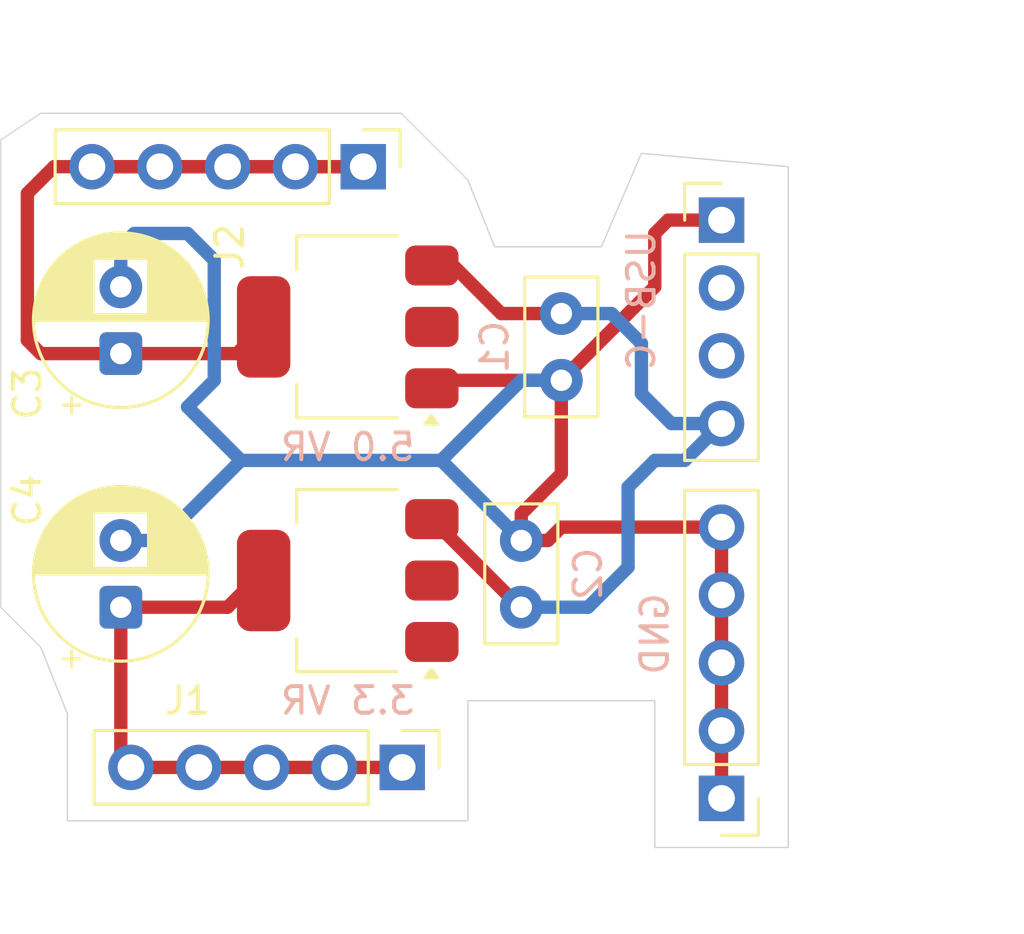
<source format=kicad_pcb>
(kicad_pcb (version 20241229) (generator "pcbnew") (generator_version "9.0")
  (layers (0 "F.Cu" signal) (2 "B.Cu" signal) (13 "F.Paste" user) (15 "B.Paste" user) (5 "F.SilkS" user "F.Silkscreen") (7 "B.SilkS" user "B.Silkscreen") (1 "F.Mask" user) (3 "B.Mask" user) (25 "Edge.Cuts" user))
  (net 0 "")
  (net 1 "Net-(D3-A)")
  (net 2 "GND")
  (net 3 "Net-(D1-A)")
  (net 4 "Net-(D2-A)")
  (footprint "Package_TO_SOT_SMD:SOT-223-3_TabPin2" (layer "F.Cu") (at 191 92.5 180)
    (property "Reference" "5.0 VR" (at 0 -4.5 -0) (layer "B.SilkS") (effects (justify mirror)))
    (property "Value" "AMS1117-5.0")
    (fp_line (start 1.91 3.41) (end 1.91 2.15) (stroke (width 0.12)) (layer "F.SilkS"))
    (fp_line (start 1.91 -3.41) (end 1.91 -2.15) (stroke (width 0.12)) (layer "F.SilkS"))
    (fp_line (start -1.85 3.41) (end 1.91 3.41) (stroke (width 0.12)) (layer "F.SilkS"))
    (fp_line (start -1.85 -3.41) (end 1.91 -3.41) (stroke (width 0.12)) (layer "F.SilkS"))
    (fp_poly (pts (xy -3.13 -3.31) (xy -3.37 -3.64) (xy -2.89 -3.64) (xy -3.13 -3.31)) (stroke (width 0.12)) (fill yes) (layer "F.SilkS"))
    (pad "1" smd roundrect (at -3.15 -2.3 180) (size 2 1.5) (layers "F.Cu" "F.Mask" "F.Paste") (net 2 "GND"))
    (pad "2" smd roundrect (at -3.15 0 180) (size 2 1.5) (layers "F.Cu" "F.Mask" "F.Paste") (net 4 "Net-(D2-A)"))
    (pad "2" smd roundrect (at 3.15 0 180) (size 2 3.8) (layers "F.Cu" "F.Mask" "F.Paste") (net 4 "Net-(D2-A)"))
    (pad "3" smd roundrect (at -3.15 2.3 180) (size 2 1.5) (layers "F.Cu" "F.Mask" "F.Paste") (net 1 "Net-(D3-A)"))
  )
  (footprint "Connector_PinHeader_2.54mm:PinHeader_1x05_P2.54mm_Vertical" (layer "F.Cu") (at 205 110.16 180)
    (property "Reference" "GND" (at 2.5 6.16 90) (layer "B.SilkS") (effects (justify mirror)))
    (property "Value" "Conn_01x05_Pin")
    (fp_line (start 1.38 1.27) (end 1.38 11.54) (stroke (width 0.12)) (layer "F.SilkS"))
    (fp_line (start -1.38 11.54) (end 1.38 11.54) (stroke (width 0.12)) (layer "F.SilkS"))
    (fp_line (start -1.38 1.27) (end 1.38 1.27) (stroke (width 0.12)) (layer "F.SilkS"))
    (fp_line (start -1.38 1.27) (end -1.38 11.54) (stroke (width 0.12)) (layer "F.SilkS"))
    (fp_line (start -1.38 0) (end -1.38 -1.38) (stroke (width 0.12)) (layer "F.SilkS"))
    (fp_line (start -1.38 -1.38) (end 0 -1.38) (stroke (width 0.12)) (layer "F.SilkS"))
    (pad "1" thru_hole rect (at 0 0 180) (size 1.7 1.7) (drill 1) (layers "*.Cu" "*.Mask") (net 2 "GND"))
    (pad "2" thru_hole circle (at 0 2.54 180) (size 1.7 1.7) (drill 1) (layers "*.Cu" "*.Mask") (net 2 "GND"))
    (pad "3" thru_hole circle (at 0 5.08 180) (size 1.7 1.7) (drill 1) (layers "*.Cu" "*.Mask") (net 2 "GND"))
    (pad "4" thru_hole circle (at 0 7.62 180) (size 1.7 1.7) (drill 1) (layers "*.Cu" "*.Mask") (net 2 "GND"))
    (pad "5" thru_hole circle (at 0 10.16 180) (size 1.7 1.7) (drill 1) (layers "*.Cu" "*.Mask") (net 2 "GND"))
  )
  (footprint "Connector_PinHeader_2.54mm:PinHeader_1x05_P2.54mm_Vertical" (layer "F.Cu") (at 193.04 109 -90)
    (property "Reference" "J1" (at -2.5 8.04 0) (layer "F.SilkS"))
    (property "Value" "Conn_01x05_Pin")
    (fp_line (start -1.38 11.54) (end 1.38 11.54) (stroke (width 0.12)) (layer "F.SilkS"))
    (fp_line (start -1.38 1.27) (end -1.38 11.54) (stroke (width 0.12)) (layer "F.SilkS"))
    (fp_line (start -1.38 1.27) (end 1.38 1.27) (stroke (width 0.12)) (layer "F.SilkS"))
    (fp_line (start 1.38 1.27) (end 1.38 11.54) (stroke (width 0.12)) (layer "F.SilkS"))
    (fp_line (start -1.38 0) (end -1.38 -1.38) (stroke (width 0.12)) (layer "F.SilkS"))
    (fp_line (start -1.38 -1.38) (end 0 -1.38) (stroke (width 0.12)) (layer "F.SilkS"))
    (pad "1" thru_hole rect (at 0 0 270) (size 1.7 1.7) (drill 1) (layers "*.Cu" "*.Mask") (net 3 "Net-(D1-A)"))
    (pad "2" thru_hole circle (at 0 2.54 270) (size 1.7 1.7) (drill 1) (layers "*.Cu" "*.Mask") (net 3 "Net-(D1-A)"))
    (pad "3" thru_hole circle (at 0 5.08 270) (size 1.7 1.7) (drill 1) (layers "*.Cu" "*.Mask") (net 3 "Net-(D1-A)"))
    (pad "4" thru_hole circle (at 0 7.62 270) (size 1.7 1.7) (drill 1) (layers "*.Cu" "*.Mask") (net 3 "Net-(D1-A)"))
    (pad "5" thru_hole circle (at 0 10.16 270) (size 1.7 1.7) (drill 1) (layers "*.Cu" "*.Mask") (net 3 "Net-(D1-A)"))
  )
  (footprint "Capacitor_THT:CP_Radial_D6.3mm_P2.50mm" (layer "F.Cu") (at 182.5 103 90)
    (property "Reference" "C4" (at 4 -3.5 90) (layer "F.SilkS"))
    (property "Value" "10uF")
    (fp_line (start 1.29 -3.23) (end 1.29 3.23) (stroke (width 0.12)) (layer "F.SilkS"))
    (fp_line (start 1.25 -3.23) (end 1.25 3.23) (stroke (width 0.12)) (layer "F.SilkS"))
    (fp_line (start 1.33 -3.229) (end 1.33 3.229) (stroke (width 0.12)) (layer "F.SilkS"))
    (fp_line (start 1.37 -3.228) (end 1.37 3.228) (stroke (width 0.12)) (layer "F.SilkS"))
    (fp_line (start 1.41 -3.226) (end 1.41 3.226) (stroke (width 0.12)) (layer "F.SilkS"))
    (fp_line (start 1.45 -3.224) (end 1.45 3.224) (stroke (width 0.12)) (layer "F.SilkS"))
    (fp_line (start 1.49 -3.221) (end 1.49 -1.04) (stroke (width 0.12)) (layer "F.SilkS"))
    (fp_line (start 1.53 -3.218) (end 1.53 -1.04) (stroke (width 0.12)) (layer "F.SilkS"))
    (fp_line (start 1.57 -3.214) (end 1.57 -1.04) (stroke (width 0.12)) (layer "F.SilkS"))
    (fp_line (start 1.61 -3.21) (end 1.61 -1.04) (stroke (width 0.12)) (layer "F.SilkS"))
    (fp_line (start 1.65 -3.205) (end 1.65 -1.04) (stroke (width 0.12)) (layer "F.SilkS"))
    (fp_line (start 1.69 -3.2) (end 1.69 -1.04) (stroke (width 0.12)) (layer "F.SilkS"))
    (fp_line (start 1.73 -3.195) (end 1.73 -1.04) (stroke (width 0.12)) (layer "F.SilkS"))
    (fp_line (start 1.77 -3.188) (end 1.77 -1.04) (stroke (width 0.12)) (layer "F.SilkS"))
    (fp_line (start 1.81 -3.182) (end 1.81 -1.04) (stroke (width 0.12)) (layer "F.SilkS"))
    (fp_line (start 1.85 -3.174) (end 1.85 -1.04) (stroke (width 0.12)) (layer "F.SilkS"))
    (fp_line (start 1.89 -3.167) (end 1.89 -1.04) (stroke (width 0.12)) (layer "F.SilkS"))
    (fp_line (start 1.93 -3.159) (end 1.93 -1.04) (stroke (width 0.12)) (layer "F.SilkS"))
    (fp_line (start 1.97 -3.15) (end 1.97 -1.04) (stroke (width 0.12)) (layer "F.SilkS"))
    (fp_line (start 2.01 -3.14) (end 2.01 -1.04) (stroke (width 0.12)) (layer "F.SilkS"))
    (fp_line (start 2.05 -3.131) (end 2.05 -1.04) (stroke (width 0.12)) (layer "F.SilkS"))
    (fp_line (start 2.09 -3.12) (end 2.09 -1.04) (stroke (width 0.12)) (layer "F.SilkS"))
    (fp_line (start 2.13 -3.109) (end 2.13 -1.04) (stroke (width 0.12)) (layer "F.SilkS"))
    (fp_line (start 2.17 -3.098) (end 2.17 -1.04) (stroke (width 0.12)) (layer "F.SilkS"))
    (fp_line (start 2.21 -3.086) (end 2.21 -1.04) (stroke (width 0.12)) (layer "F.SilkS"))
    (fp_line (start 2.25 -3.073) (end 2.25 -1.04) (stroke (width 0.12)) (layer "F.SilkS"))
    (fp_line (start 2.29 -3.06) (end 2.29 -1.04) (stroke (width 0.12)) (layer "F.SilkS"))
    (fp_line (start 2.33 -3.047) (end 2.33 -1.04) (stroke (width 0.12)) (layer "F.SilkS"))
    (fp_line (start 2.37 -3.032) (end 2.37 -1.04) (stroke (width 0.12)) (layer "F.SilkS"))
    (fp_line (start 2.41 -3.017) (end 2.41 -1.04) (stroke (width 0.12)) (layer "F.SilkS"))
    (fp_line (start 2.45 -3.002) (end 2.45 -1.04) (stroke (width 0.12)) (layer "F.SilkS"))
    (fp_line (start 2.49 -2.986) (end 2.49 -1.04) (stroke (width 0.12)) (layer "F.SilkS"))
    (fp_line (start 2.53 -2.969) (end 2.53 -1.04) (stroke (width 0.12)) (layer "F.SilkS"))
    (fp_line (start 2.57 -2.952) (end 2.57 -1.04) (stroke (width 0.12)) (layer "F.SilkS"))
    (fp_line (start 2.61 -2.934) (end 2.61 -1.04) (stroke (width 0.12)) (layer "F.SilkS"))
    (fp_line (start 2.65 -2.915) (end 2.65 -1.04) (stroke (width 0.12)) (layer "F.SilkS"))
    (fp_line (start 2.69 -2.896) (end 2.69 -1.04) (stroke (width 0.12)) (layer "F.SilkS"))
    (fp_line (start 2.73 -2.876) (end 2.73 -1.04) (stroke (width 0.12)) (layer "F.SilkS"))
    (fp_line (start 2.77 -2.855) (end 2.77 -1.04) (stroke (width 0.12)) (layer "F.SilkS"))
    (fp_line (start 2.81 -2.834) (end 2.81 -1.04) (stroke (width 0.12)) (layer "F.SilkS"))
    (fp_line (start 2.85 -2.812) (end 2.85 -1.04) (stroke (width 0.12)) (layer "F.SilkS"))
    (fp_line (start 2.89 -2.789) (end 2.89 -1.04) (stroke (width 0.12)) (layer "F.SilkS"))
    (fp_line (start 2.93 -2.765) (end 2.93 -1.04) (stroke (width 0.12)) (layer "F.SilkS"))
    (fp_line (start 2.97 -2.741) (end 2.97 -1.04) (stroke (width 0.12)) (layer "F.SilkS"))
    (fp_line (start 3.01 -2.716) (end 3.01 -1.04) (stroke (width 0.12)) (layer "F.SilkS"))
    (fp_line (start 3.05 -2.69) (end 3.05 -1.04) (stroke (width 0.12)) (layer "F.SilkS"))
    (fp_line (start 3.09 -2.663) (end 3.09 -1.04) (stroke (width 0.12)) (layer "F.SilkS"))
    (fp_line (start 3.13 -2.636) (end 3.13 -1.04) (stroke (width 0.12)) (layer "F.SilkS"))
    (fp_line (start 3.17 -2.607) (end 3.17 -1.04) (stroke (width 0.12)) (layer "F.SilkS"))
    (fp_line (start 3.21 -2.577) (end 3.21 -1.04) (stroke (width 0.12)) (layer "F.SilkS"))
    (fp_line (start 3.25 -2.547) (end 3.25 -1.04) (stroke (width 0.12)) (layer "F.SilkS"))
    (fp_line (start 3.29 -2.516) (end 3.29 -1.04) (stroke (width 0.12)) (layer "F.SilkS"))
    (fp_line (start 3.33 -2.483) (end 3.33 -1.04) (stroke (width 0.12)) (layer "F.SilkS"))
    (fp_line (start 3.37 -2.45) (end 3.37 -1.04) (stroke (width 0.12)) (layer "F.SilkS"))
    (fp_line (start 3.41 -2.415) (end 3.41 -1.04) (stroke (width 0.12)) (layer "F.SilkS"))
    (fp_line (start 3.45 -2.379) (end 3.45 -1.04) (stroke (width 0.12)) (layer "F.SilkS"))
    (fp_line (start 3.49 -2.342) (end 3.49 -1.04) (stroke (width 0.12)) (layer "F.SilkS"))
    (fp_line (start 3.53 -2.304) (end 3.53 -1.04) (stroke (width 0.12)) (layer "F.SilkS"))
    (fp_line (start 3.57 -2.264) (end 3.57 2.264) (stroke (width 0.12)) (layer "F.SilkS"))
    (fp_line (start 3.61 -2.223) (end 3.61 2.223) (stroke (width 0.12)) (layer "F.SilkS"))
    (fp_line (start 3.65 -2.181) (end 3.65 2.181) (stroke (width 0.12)) (layer "F.SilkS"))
    (fp_line (start -1.935241 -2.154) (end -1.935241 -1.524) (stroke (width 0.12)) (layer "F.SilkS"))
    (fp_line (start 3.69 -2.137) (end 3.69 2.137) (stroke (width 0.12)) (layer "F.SilkS"))
    (fp_line (start 3.73 -2.091) (end 3.73 2.091) (stroke (width 0.12)) (layer "F.SilkS"))
    (fp_line (start 3.77 -2.044) (end 3.77 2.044) (stroke (width 0.12)) (layer "F.SilkS"))
    (fp_line (start 3.81 -1.995) (end 3.81 1.995) (stroke (width 0.12)) (layer "F.SilkS"))
    (fp_line (start 3.85 -1.943) (end 3.85 1.943) (stroke (width 0.12)) (layer "F.SilkS"))
    (fp_line (start 3.89 -1.89) (end 3.89 1.89) (stroke (width 0.12)) (layer "F.SilkS"))
    (fp_line (start -2.250241 -1.839) (end -1.620241 -1.839) (stroke (width 0.12)) (layer "F.SilkS"))
    (fp_line (start 3.93 -1.834) (end 3.93 1.834) (stroke (width 0.12)) (layer "F.SilkS"))
    (fp_line (start 3.97 -1.775) (end 3.97 1.775) (stroke (width 0.12)) (layer "F.SilkS"))
    (fp_line (start 4.01 -1.714) (end 4.01 1.714) (stroke (width 0.12)) (layer "F.SilkS"))
    (fp_line (start 4.05 -1.649) (end 4.05 1.649) (stroke (width 0.12)) (layer "F.SilkS"))
    (fp_line (start 4.09 -1.581) (end 4.09 1.581) (stroke (width 0.12)) (layer "F.SilkS"))
    (fp_line (start 4.13 -1.509) (end 4.13 1.509) (stroke (width 0.12)) (layer "F.SilkS"))
    (fp_line (start 4.17 -1.432) (end 4.17 1.432) (stroke (width 0.12)) (layer "F.SilkS"))
    (fp_line (start 4.21 -1.35) (end 4.21 1.35) (stroke (width 0.12)) (layer "F.SilkS"))
    (fp_line (start 4.25 -1.261) (end 4.25 1.261) (stroke (width 0.12)) (layer "F.SilkS"))
    (fp_line (start 4.29 -1.165) (end 4.29 1.165) (stroke (width 0.12)) (layer "F.SilkS"))
    (fp_line (start 4.33 -1.058) (end 4.33 1.058) (stroke (width 0.12)) (layer "F.SilkS"))
    (fp_line (start 4.37 -0.939) (end 4.37 0.939) (stroke (width 0.12)) (layer "F.SilkS"))
    (fp_line (start 4.41 -0.801) (end 4.41 0.801) (stroke (width 0.12)) (layer "F.SilkS"))
    (fp_line (start 4.45 -0.633) (end 4.45 0.633) (stroke (width 0.12)) (layer "F.SilkS"))
    (fp_line (start 4.49 -0.402) (end 4.49 0.402) (stroke (width 0.12)) (layer "F.SilkS"))
    (fp_line (start 3.53 1.04) (end 3.53 2.304) (stroke (width 0.12)) (layer "F.SilkS"))
    (fp_line (start 3.49 1.04) (end 3.49 2.342) (stroke (width 0.12)) (layer "F.SilkS"))
    (fp_line (start 3.45 1.04) (end 3.45 2.379) (stroke (width 0.12)) (layer "F.SilkS"))
    (fp_line (start 3.41 1.04) (end 3.41 2.415) (stroke (width 0.12)) (layer "F.SilkS"))
    (fp_line (start 3.37 1.04) (end 3.37 2.45) (stroke (width 0.12)) (layer "F.SilkS"))
    (fp_line (start 3.33 1.04) (end 3.33 2.483) (stroke (width 0.12)) (layer "F.SilkS"))
    (fp_line (start 3.29 1.04) (end 3.29 2.516) (stroke (width 0.12)) (layer "F.SilkS"))
    (fp_line (start 3.25 1.04) (end 3.25 2.547) (stroke (width 0.12)) (layer "F.SilkS"))
    (fp_line (start 3.21 1.04) (end 3.21 2.577) (stroke (width 0.12)) (layer "F.SilkS"))
    (fp_line (start 3.17 1.04) (end 3.17 2.607) (stroke (width 0.12)) (layer "F.SilkS"))
    (fp_line (start 3.13 1.04) (end 3.13 2.636) (stroke (width 0.12)) (layer "F.SilkS"))
    (fp_line (start 3.09 1.04) (end 3.09 2.663) (stroke (width 0.12)) (layer "F.SilkS"))
    (fp_line (start 3.05 1.04) (end 3.05 2.69) (stroke (width 0.12)) (layer "F.SilkS"))
    (fp_line (start 3.01 1.04) (end 3.01 2.716) (stroke (width 0.12)) (layer "F.SilkS"))
    (fp_line (start 2.97 1.04) (end 2.97 2.741) (stroke (width 0.12)) (layer "F.SilkS"))
    (fp_line (start 2.93 1.04) (end 2.93 2.765) (stroke (width 0.12)) (layer "F.SilkS"))
    (fp_line (start 2.89 1.04) (end 2.89 2.789) (stroke (width 0.12)) (layer "F.SilkS"))
    (fp_line (start 2.85 1.04) (end 2.85 2.812) (stroke (width 0.12)) (layer "F.SilkS"))
    (fp_line (start 2.81 1.04) (end 2.81 2.834) (stroke (width 0.12)) (layer "F.SilkS"))
    (fp_line (start 2.77 1.04) (end 2.77 2.855) (stroke (width 0.12)) (layer "F.SilkS"))
    (fp_line (start 2.73 1.04) (end 2.73 2.876) (stroke (width 0.12)) (layer "F.SilkS"))
    (fp_line (start 2.69 1.04) (end 2.69 2.896) (stroke (width 0.12)) (layer "F.SilkS"))
    (fp_line (start 2.65 1.04) (end 2.65 2.915) (stroke (width 0.12)) (layer "F.SilkS"))
    (fp_line (start 2.61 1.04) (end 2.61 2.934) (stroke (width 0.12)) (layer "F.SilkS"))
    (fp_line (start 2.57 1.04) (end 2.57 2.952) (stroke (width 0.12)) (layer "F.SilkS"))
    (fp_line (start 2.53 1.04) (end 2.53 2.969) (stroke (width 0.12)) (layer "F.SilkS"))
    (fp_line (start 2.49 1.04) (end 2.49 2.986) (stroke (width 0.12)) (layer "F.SilkS"))
    (fp_line (start 2.45 1.04) (end 2.45 3.002) (stroke (width 0.12)) (layer "F.SilkS"))
    (fp_line (start 2.41 1.04) (end 2.41 3.017) (stroke (width 0.12)) (layer "F.SilkS"))
    (fp_line (start 2.37 1.04) (end 2.37 3.032) (stroke (width 0.12)) (layer "F.SilkS"))
    (fp_line (start 2.33 1.04) (end 2.33 3.047) (stroke (width 0.12)) (layer "F.SilkS"))
    (fp_line (start 2.29 1.04) (end 2.29 3.06) (stroke (width 0.12)) (layer "F.SilkS"))
    (fp_line (start 2.25 1.04) (end 2.25 3.073) (stroke (width 0.12)) (layer "F.SilkS"))
    (fp_line (start 2.21 1.04) (end 2.21 3.086) (stroke (width 0.12)) (layer "F.SilkS"))
    (fp_line (start 2.17 1.04) (end 2.17 3.098) (stroke (width 0.12)) (layer "F.SilkS"))
    (fp_line (start 2.13 1.04) (end 2.13 3.109) (stroke (width 0.12)) (layer "F.SilkS"))
    (fp_line (start 2.09 1.04) (end 2.09 3.12) (stroke (width 0.12)) (layer "F.SilkS"))
    (fp_line (start 2.05 1.04) (end 2.05 3.131) (stroke (width 0.12)) (layer "F.SilkS"))
    (fp_line (start 2.01 1.04) (end 2.01 3.14) (stroke (width 0.12)) (layer "F.SilkS"))
    (fp_line (start 1.97 1.04) (end 1.97 3.15) (stroke (width 0.12)) (layer "F.SilkS"))
    (fp_line (start 1.93 1.04) (end 1.93 3.159) (stroke (width 0.12)) (layer "F.SilkS"))
    (fp_line (start 1.89 1.04) (end 1.89 3.167) (stroke (width 0.12)) (layer "F.SilkS"))
    (fp_line (start 1.85 1.04) (end 1.85 3.174) (stroke (width 0.12)) (layer "F.SilkS"))
    (fp_line (start 1.81 1.04) (end 1.81 3.182) (stroke (width 0.12)) (layer "F.SilkS"))
    (fp_line (start 1.77 1.04) (end 1.77 3.188) (stroke (width 0.12)) (layer "F.SilkS"))
    (fp_line (start 1.73 1.04) (end 1.73 3.195) (stroke (width 0.12)) (layer "F.SilkS"))
    (fp_line (start 1.69 1.04) (end 1.69 3.2) (stroke (width 0.12)) (layer "F.SilkS"))
    (fp_line (start 1.65 1.04) (end 1.65 3.205) (stroke (width 0.12)) (layer "F.SilkS"))
    (fp_line (start 1.61 1.04) (end 1.61 3.21) (stroke (width 0.12)) (layer "F.SilkS"))
    (fp_line (start 1.57 1.04) (end 1.57 3.214) (stroke (width 0.12)) (layer "F.SilkS"))
    (fp_line (start 1.53 1.04) (end 1.53 3.218) (stroke (width 0.12)) (layer "F.SilkS"))
    (fp_line (start 1.49 1.04) (end 1.49 3.221) (stroke (width 0.12)) (layer "F.SilkS"))
    (fp_circle (center 1.25 0) (end 4.52 0) (stroke (width 0.12)) (fill no) (layer "F.SilkS"))
    (pad "1" thru_hole roundrect (at 0 0 90) (size 1.6 1.6) (drill 0.8) (layers "*.Cu" "*.Mask") (roundrect_rratio 0.15625) (net 3 "Net-(D1-A)"))
    (pad "2" thru_hole circle (at 2.5 0 90) (size 1.6 1.6) (drill 0.8) (layers "*.Cu" "*.Mask") (net 2 "GND"))
  )
  (footprint "Connector_PinHeader_2.54mm:PinHeader_1x04_P2.54mm_Vertical" (layer "F.Cu") (at 205 88.5)
    (property "Reference" "USB-C" (at -3 3 270) (layer "B.SilkS") (effects (justify mirror)))
    (property "Value" "Conn_01x04_Pin")
    (fp_line (start -1.38 -1.38) (end 0 -1.38) (stroke (width 0.12)) (layer "F.SilkS"))
    (fp_line (start -1.38 0) (end -1.38 -1.38) (stroke (width 0.12)) (layer "F.SilkS"))
    (fp_line (start -1.38 1.27) (end -1.38 9) (stroke (width 0.12)) (layer "F.SilkS"))
    (fp_line (start -1.38 1.27) (end 1.38 1.27) (stroke (width 0.12)) (layer "F.SilkS"))
    (fp_line (start -1.38 9) (end 1.38 9) (stroke (width 0.12)) (layer "F.SilkS"))
    (fp_line (start 1.38 1.27) (end 1.38 9) (stroke (width 0.12)) (layer "F.SilkS"))
    (pad "1" thru_hole rect (at 0 0) (size 1.7 1.7) (drill 1) (layers "*.Cu" "*.Mask") (net 2 "GND"))
    (pad "2" thru_hole circle (at 0 2.54) (size 1.7 1.7) (drill 1) (layers "*.Cu" "*.Mask"))
    (pad "3" thru_hole circle (at 0 5.08) (size 1.7 1.7) (drill 1) (layers "*.Cu" "*.Mask"))
    (pad "4" thru_hole circle (at 0 7.62) (size 1.7 1.7) (drill 1) (layers "*.Cu" "*.Mask") (net 1 "Net-(D3-A)"))
  )
  (footprint "Capacitor_THT:C_Disc_D5.0mm_W2.5mm_P2.50mm" (layer "F.Cu") (at 197.5 100.5 -90)
    (property "Reference" "C2" (at 1.25 -2.5 270) (layer "B.SilkS") (effects (justify mirror)))
    (property "Value" "C")
    (fp_line (start -1.37 1.37) (end -1.37 -1.37) (stroke (width 0.12)) (layer "F.SilkS"))
    (fp_line (start 3.87 1.37) (end -1.37 1.37) (stroke (width 0.12)) (layer "F.SilkS"))
    (fp_line (start -1.37 -1.37) (end 3.87 -1.37) (stroke (width 0.12)) (layer "F.SilkS"))
    (fp_line (start 3.87 -1.37) (end 3.87 1.37) (stroke (width 0.12)) (layer "F.SilkS"))
    (pad "1" thru_hole circle (at 0 0 270) (size 1.6 1.6) (drill 0.8) (layers "*.Cu" "*.Mask") (net 2 "GND"))
    (pad "2" thru_hole circle (at 2.5 0 270) (size 1.6 1.6) (drill 0.8) (layers "*.Cu" "*.Mask") (net 1 "Net-(D3-A)"))
  )
  (footprint "Package_TO_SOT_SMD:SOT-223-3_TabPin2" (layer "F.Cu") (at 191 102 180)
    (property "Reference" "3.3 VR" (at 0 -4.5 -0) (layer "B.SilkS") (effects (justify mirror)))
    (property "Value" "AMS1117-3.3")
    (fp_line (start 1.91 3.41) (end 1.91 2.15) (stroke (width 0.12)) (layer "F.SilkS"))
    (fp_line (start 1.91 -3.41) (end 1.91 -2.15) (stroke (width 0.12)) (layer "F.SilkS"))
    (fp_line (start -1.85 3.41) (end 1.91 3.41) (stroke (width 0.12)) (layer "F.SilkS"))
    (fp_line (start -1.85 -3.41) (end 1.91 -3.41) (stroke (width 0.12)) (layer "F.SilkS"))
    (fp_poly (pts (xy -3.13 -3.31) (xy -3.37 -3.64) (xy -2.89 -3.64) (xy -3.13 -3.31)) (stroke (width 0.12)) (fill yes) (layer "F.SilkS"))
    (pad "1" smd roundrect (at -3.15 -2.3 180) (size 2 1.5) (layers "F.Cu" "F.Mask" "F.Paste") (net 2 "GND"))
    (pad "2" smd roundrect (at -3.15 0 180) (size 2 1.5) (layers "F.Cu" "F.Mask" "F.Paste") (net 3 "Net-(D1-A)"))
    (pad "2" smd roundrect (at 3.15 0 180) (size 2 3.8) (layers "F.Cu" "F.Mask" "F.Paste") (net 3 "Net-(D1-A)"))
    (pad "3" smd roundrect (at -3.15 2.3 180) (size 2 1.5) (layers "F.Cu" "F.Mask" "F.Paste") (net 1 "Net-(D3-A)"))
  )
  (footprint "Connector_PinHeader_2.54mm:PinHeader_1x05_P2.54mm_Vertical" (layer "F.Cu") (at 191.58 86.5 -90)
    (property "Reference" "J2" (at 3 5 90) (layer "F.SilkS"))
    (property "Value" "Conn_01x05_Pin")
    (fp_line (start -1.38 11.54) (end 1.38 11.54) (stroke (width 0.12)) (layer "F.SilkS"))
    (fp_line (start -1.38 1.27) (end -1.38 11.54) (stroke (width 0.12)) (layer "F.SilkS"))
    (fp_line (start -1.38 1.27) (end 1.38 1.27) (stroke (width 0.12)) (layer "F.SilkS"))
    (fp_line (start 1.38 1.27) (end 1.38 11.54) (stroke (width 0.12)) (layer "F.SilkS"))
    (fp_line (start -1.38 0) (end -1.38 -1.38) (stroke (width 0.12)) (layer "F.SilkS"))
    (fp_line (start -1.38 -1.38) (end 0 -1.38) (stroke (width 0.12)) (layer "F.SilkS"))
    (pad "1" thru_hole rect (at 0 0 270) (size 1.7 1.7) (drill 1) (layers "*.Cu" "*.Mask") (net 4 "Net-(D2-A)"))
    (pad "2" thru_hole circle (at 0 2.54 270) (size 1.7 1.7) (drill 1) (layers "*.Cu" "*.Mask") (net 4 "Net-(D2-A)"))
    (pad "3" thru_hole circle (at 0 5.08 270) (size 1.7 1.7) (drill 1) (layers "*.Cu" "*.Mask") (net 4 "Net-(D2-A)"))
    (pad "4" thru_hole circle (at 0 7.62 270) (size 1.7 1.7) (drill 1) (layers "*.Cu" "*.Mask") (net 4 "Net-(D2-A)"))
    (pad "5" thru_hole circle (at 0 10.16 270) (size 1.7 1.7) (drill 1) (layers "*.Cu" "*.Mask") (net 4 "Net-(D2-A)"))
  )
  (footprint "Capacitor_THT:CP_Radial_D6.3mm_P2.50mm" (layer "F.Cu") (at 182.5 93.5 90)
    (property "Reference" "C3" (at -1.5 -3.5 90) (layer "F.SilkS"))
    (property "Value" "10uF")
    (fp_line (start 1.29 -3.23) (end 1.29 3.23) (stroke (width 0.12)) (layer "F.SilkS"))
    (fp_line (start 1.25 -3.23) (end 1.25 3.23) (stroke (width 0.12)) (layer "F.SilkS"))
    (fp_line (start 1.33 -3.229) (end 1.33 3.229) (stroke (width 0.12)) (layer "F.SilkS"))
    (fp_line (start 1.37 -3.228) (end 1.37 3.228) (stroke (width 0.12)) (layer "F.SilkS"))
    (fp_line (start 1.41 -3.226) (end 1.41 3.226) (stroke (width 0.12)) (layer "F.SilkS"))
    (fp_line (start 1.45 -3.224) (end 1.45 3.224) (stroke (width 0.12)) (layer "F.SilkS"))
    (fp_line (start 1.49 -3.221) (end 1.49 -1.04) (stroke (width 0.12)) (layer "F.SilkS"))
    (fp_line (start 1.53 -3.218) (end 1.53 -1.04) (stroke (width 0.12)) (layer "F.SilkS"))
    (fp_line (start 1.57 -3.214) (end 1.57 -1.04) (stroke (width 0.12)) (layer "F.SilkS"))
    (fp_line (start 1.61 -3.21) (end 1.61 -1.04) (stroke (width 0.12)) (layer "F.SilkS"))
    (fp_line (start 1.65 -3.205) (end 1.65 -1.04) (stroke (width 0.12)) (layer "F.SilkS"))
    (fp_line (start 1.69 -3.2) (end 1.69 -1.04) (stroke (width 0.12)) (layer "F.SilkS"))
    (fp_line (start 1.73 -3.195) (end 1.73 -1.04) (stroke (width 0.12)) (layer "F.SilkS"))
    (fp_line (start 1.77 -3.188) (end 1.77 -1.04) (stroke (width 0.12)) (layer "F.SilkS"))
    (fp_line (start 1.81 -3.182) (end 1.81 -1.04) (stroke (width 0.12)) (layer "F.SilkS"))
    (fp_line (start 1.85 -3.174) (end 1.85 -1.04) (stroke (width 0.12)) (layer "F.SilkS"))
    (fp_line (start 1.89 -3.167) (end 1.89 -1.04) (stroke (width 0.12)) (layer "F.SilkS"))
    (fp_line (start 1.93 -3.159) (end 1.93 -1.04) (stroke (width 0.12)) (layer "F.SilkS"))
    (fp_line (start 1.97 -3.15) (end 1.97 -1.04) (stroke (width 0.12)) (layer "F.SilkS"))
    (fp_line (start 2.01 -3.14) (end 2.01 -1.04) (stroke (width 0.12)) (layer "F.SilkS"))
    (fp_line (start 2.05 -3.131) (end 2.05 -1.04) (stroke (width 0.12)) (layer "F.SilkS"))
    (fp_line (start 2.09 -3.12) (end 2.09 -1.04) (stroke (width 0.12)) (layer "F.SilkS"))
    (fp_line (start 2.13 -3.109) (end 2.13 -1.04) (stroke (width 0.12)) (layer "F.SilkS"))
    (fp_line (start 2.17 -3.098) (end 2.17 -1.04) (stroke (width 0.12)) (layer "F.SilkS"))
    (fp_line (start 2.21 -3.086) (end 2.21 -1.04) (stroke (width 0.12)) (layer "F.SilkS"))
    (fp_line (start 2.25 -3.073) (end 2.25 -1.04) (stroke (width 0.12)) (layer "F.SilkS"))
    (fp_line (start 2.29 -3.06) (end 2.29 -1.04) (stroke (width 0.12)) (layer "F.SilkS"))
    (fp_line (start 2.33 -3.047) (end 2.33 -1.04) (stroke (width 0.12)) (layer "F.SilkS"))
    (fp_line (start 2.37 -3.032) (end 2.37 -1.04) (stroke (width 0.12)) (layer "F.SilkS"))
    (fp_line (start 2.41 -3.017) (end 2.41 -1.04) (stroke (width 0.12)) (layer "F.SilkS"))
    (fp_line (start 2.45 -3.002) (end 2.45 -1.04) (stroke (width 0.12)) (layer "F.SilkS"))
    (fp_line (start 2.49 -2.986) (end 2.49 -1.04) (stroke (width 0.12)) (layer "F.SilkS"))
    (fp_line (start 2.53 -2.969) (end 2.53 -1.04) (stroke (width 0.12)) (layer "F.SilkS"))
    (fp_line (start 2.57 -2.952) (end 2.57 -1.04) (stroke (width 0.12)) (layer "F.SilkS"))
    (fp_line (start 2.61 -2.934) (end 2.61 -1.04) (stroke (width 0.12)) (layer "F.SilkS"))
    (fp_line (start 2.65 -2.915) (end 2.65 -1.04) (stroke (width 0.12)) (layer "F.SilkS"))
    (fp_line (start 2.69 -2.896) (end 2.69 -1.04) (stroke (width 0.12)) (layer "F.SilkS"))
    (fp_line (start 2.73 -2.876) (end 2.73 -1.04) (stroke (width 0.12)) (layer "F.SilkS"))
    (fp_line (start 2.77 -2.855) (end 2.77 -1.04) (stroke (width 0.12)) (layer "F.SilkS"))
    (fp_line (start 2.81 -2.834) (end 2.81 -1.04) (stroke (width 0.12)) (layer "F.SilkS"))
    (fp_line (start 2.85 -2.812) (end 2.85 -1.04) (stroke (width 0.12)) (layer "F.SilkS"))
    (fp_line (start 2.89 -2.789) (end 2.89 -1.04) (stroke (width 0.12)) (layer "F.SilkS"))
    (fp_line (start 2.93 -2.765) (end 2.93 -1.04) (stroke (width 0.12)) (layer "F.SilkS"))
    (fp_line (start 2.97 -2.741) (end 2.97 -1.04) (stroke (width 0.12)) (layer "F.SilkS"))
    (fp_line (start 3.01 -2.716) (end 3.01 -1.04) (stroke (width 0.12)) (layer "F.SilkS"))
    (fp_line (start 3.05 -2.69) (end 3.05 -1.04) (stroke (width 0.12)) (layer "F.SilkS"))
    (fp_line (start 3.09 -2.663) (end 3.09 -1.04) (stroke (width 0.12)) (layer "F.SilkS"))
    (fp_line (start 3.13 -2.636) (end 3.13 -1.04) (stroke (width 0.12)) (layer "F.SilkS"))
    (fp_line (start 3.17 -2.607) (end 3.17 -1.04) (stroke (width 0.12)) (layer "F.SilkS"))
    (fp_line (start 3.21 -2.577) (end 3.21 -1.04) (stroke (width 0.12)) (layer "F.SilkS"))
    (fp_line (start 3.25 -2.547) (end 3.25 -1.04) (stroke (width 0.12)) (layer "F.SilkS"))
    (fp_line (start 3.29 -2.516) (end 3.29 -1.04) (stroke (width 0.12)) (layer "F.SilkS"))
    (fp_line (start 3.33 -2.483) (end 3.33 -1.04) (stroke (width 0.12)) (layer "F.SilkS"))
    (fp_line (start 3.37 -2.45) (end 3.37 -1.04) (stroke (width 0.12)) (layer "F.SilkS"))
    (fp_line (start 3.41 -2.415) (end 3.41 -1.04) (stroke (width 0.12)) (layer "F.SilkS"))
    (fp_line (start 3.45 -2.379) (end 3.45 -1.04) (stroke (width 0.12)) (layer "F.SilkS"))
    (fp_line (start 3.49 -2.342) (end 3.49 -1.04) (stroke (width 0.12)) (layer "F.SilkS"))
    (fp_line (start 3.53 -2.304) (end 3.53 -1.04) (stroke (width 0.12)) (layer "F.SilkS"))
    (fp_line (start 3.57 -2.264) (end 3.57 2.264) (stroke (width 0.12)) (layer "F.SilkS"))
    (fp_line (start 3.61 -2.223) (end 3.61 2.223) (stroke (width 0.12)) (layer "F.SilkS"))
    (fp_line (start 3.65 -2.181) (end 3.65 2.181) (stroke (width 0.12)) (layer "F.SilkS"))
    (fp_line (start -1.935241 -2.154) (end -1.935241 -1.524) (stroke (width 0.12)) (layer "F.SilkS"))
    (fp_line (start 3.69 -2.137) (end 3.69 2.137) (stroke (width 0.12)) (layer "F.SilkS"))
    (fp_line (start 3.73 -2.091) (end 3.73 2.091) (stroke (width 0.12)) (layer "F.SilkS"))
    (fp_line (start 3.77 -2.044) (end 3.77 2.044) (stroke (width 0.12)) (layer "F.SilkS"))
    (fp_line (start 3.81 -1.995) (end 3.81 1.995) (stroke (width 0.12)) (layer "F.SilkS"))
    (fp_line (start 3.85 -1.943) (end 3.85 1.943) (stroke (width 0.12)) (layer "F.SilkS"))
    (fp_line (start 3.89 -1.89) (end 3.89 1.89) (stroke (width 0.12)) (layer "F.SilkS"))
    (fp_line (start -2.250241 -1.839) (end -1.620241 -1.839) (stroke (width 0.12)) (layer "F.SilkS"))
    (fp_line (start 3.93 -1.834) (end 3.93 1.834) (stroke (width 0.12)) (layer "F.SilkS"))
    (fp_line (start 3.97 -1.775) (end 3.97 1.775) (stroke (width 0.12)) (layer "F.SilkS"))
    (fp_line (start 4.01 -1.714) (end 4.01 1.714) (stroke (width 0.12)) (layer "F.SilkS"))
    (fp_line (start 4.05 -1.649) (end 4.05 1.649) (stroke (width 0.12)) (layer "F.SilkS"))
    (fp_line (start 4.09 -1.581) (end 4.09 1.581) (stroke (width 0.12)) (layer "F.SilkS"))
    (fp_line (start 4.13 -1.509) (end 4.13 1.509) (stroke (width 0.12)) (layer "F.SilkS"))
    (fp_line (start 4.17 -1.432) (end 4.17 1.432) (stroke (width 0.12)) (layer "F.SilkS"))
    (fp_line (start 4.21 -1.35) (end 4.21 1.35) (stroke (width 0.12)) (layer "F.SilkS"))
    (fp_line (start 4.25 -1.261) (end 4.25 1.261) (stroke (width 0.12)) (layer "F.SilkS"))
    (fp_line (start 4.29 -1.165) (end 4.29 1.165) (stroke (width 0.12)) (layer "F.SilkS"))
    (fp_line (start 4.33 -1.058) (end 4.33 1.058) (stroke (width 0.12)) (layer "F.SilkS"))
    (fp_line (start 4.37 -0.939) (end 4.37 0.939) (stroke (width 0.12)) (layer "F.SilkS"))
    (fp_line (start 4.41 -0.801) (end 4.41 0.801) (stroke (width 0.12)) (layer "F.SilkS"))
    (fp_line (start 4.45 -0.633) (end 4.45 0.633) (stroke (width 0.12)) (layer "F.SilkS"))
    (fp_line (start 4.49 -0.402) (end 4.49 0.402) (stroke (width 0.12)) (layer "F.SilkS"))
    (fp_line (start 3.53 1.04) (end 3.53 2.304) (stroke (width 0.12)) (layer "F.SilkS"))
    (fp_line (start 3.49 1.04) (end 3.49 2.342) (stroke (width 0.12)) (layer "F.SilkS"))
    (fp_line (start 3.45 1.04) (end 3.45 2.379) (stroke (width 0.12)) (layer "F.SilkS"))
    (fp_line (start 3.41 1.04) (end 3.41 2.415) (stroke (width 0.12)) (layer "F.SilkS"))
    (fp_line (start 3.37 1.04) (end 3.37 2.45) (stroke (width 0.12)) (layer "F.SilkS"))
    (fp_line (start 3.33 1.04) (end 3.33 2.483) (stroke (width 0.12)) (layer "F.SilkS"))
    (fp_line (start 3.29 1.04) (end 3.29 2.516) (stroke (width 0.12)) (layer "F.SilkS"))
    (fp_line (start 3.25 1.04) (end 3.25 2.547) (stroke (width 0.12)) (layer "F.SilkS"))
    (fp_line (start 3.21 1.04) (end 3.21 2.577) (stroke (width 0.12)) (layer "F.SilkS"))
    (fp_line (start 3.17 1.04) (end 3.17 2.607) (stroke (width 0.12)) (layer "F.SilkS"))
    (fp_line (start 3.13 1.04) (end 3.13 2.636) (stroke (width 0.12)) (layer "F.SilkS"))
    (fp_line (start 3.09 1.04) (end 3.09 2.663) (stroke (width 0.12)) (layer "F.SilkS"))
    (fp_line (start 3.05 1.04) (end 3.05 2.69) (stroke (width 0.12)) (layer "F.SilkS"))
    (fp_line (start 3.01 1.04) (end 3.01 2.716) (stroke (width 0.12)) (layer "F.SilkS"))
    (fp_line (start 2.97 1.04) (end 2.97 2.741) (stroke (width 0.12)) (layer "F.SilkS"))
    (fp_line (start 2.93 1.04) (end 2.93 2.765) (stroke (width 0.12)) (layer "F.SilkS"))
    (fp_line (start 2.89 1.04) (end 2.89 2.789) (stroke (width 0.12)) (layer "F.SilkS"))
    (fp_line (start 2.85 1.04) (end 2.85 2.812) (stroke (width 0.12)) (layer "F.SilkS"))
    (fp_line (start 2.81 1.04) (end 2.81 2.834) (stroke (width 0.12)) (layer "F.SilkS"))
    (fp_line (start 2.77 1.04) (end 2.77 2.855) (stroke (width 0.12)) (layer "F.SilkS"))
    (fp_line (start 2.73 1.04) (end 2.73 2.876) (stroke (width 0.12)) (layer "F.SilkS"))
    (fp_line (start 2.69 1.04) (end 2.69 2.896) (stroke (width 0.12)) (layer "F.SilkS"))
    (fp_line (start 2.65 1.04) (end 2.65 2.915) (stroke (width 0.12)) (layer "F.SilkS"))
    (fp_line (start 2.61 1.04) (end 2.61 2.934) (stroke (width 0.12)) (layer "F.SilkS"))
    (fp_line (start 2.57 1.04) (end 2.57 2.952) (stroke (width 0.12)) (layer "F.SilkS"))
    (fp_line (start 2.53 1.04) (end 2.53 2.969) (stroke (width 0.12)) (layer "F.SilkS"))
    (fp_line (start 2.49 1.04) (end 2.49 2.986) (stroke (width 0.12)) (layer "F.SilkS"))
    (fp_line (start 2.45 1.04) (end 2.45 3.002) (stroke (width 0.12)) (layer "F.SilkS"))
    (fp_line (start 2.41 1.04) (end 2.41 3.017) (stroke (width 0.12)) (layer "F.SilkS"))
    (fp_line (start 2.37 1.04) (end 2.37 3.032) (stroke (width 0.12)) (layer "F.SilkS"))
    (fp_line (start 2.33 1.04) (end 2.33 3.047) (stroke (width 0.12)) (layer "F.SilkS"))
    (fp_line (start 2.29 1.04) (end 2.29 3.06) (stroke (width 0.12)) (layer "F.SilkS"))
    (fp_line (start 2.25 1.04) (end 2.25 3.073) (stroke (width 0.12)) (layer "F.SilkS"))
    (fp_line (start 2.21 1.04) (end 2.21 3.086) (stroke (width 0.12)) (layer "F.SilkS"))
    (fp_line (start 2.17 1.04) (end 2.17 3.098) (stroke (width 0.12)) (layer "F.SilkS"))
    (fp_line (start 2.13 1.04) (end 2.13 3.109) (stroke (width 0.12)) (layer "F.SilkS"))
    (fp_line (start 2.09 1.04) (end 2.09 3.12) (stroke (width 0.12)) (layer "F.SilkS"))
    (fp_line (start 2.05 1.04) (end 2.05 3.131) (stroke (width 0.12)) (layer "F.SilkS"))
    (fp_line (start 2.01 1.04) (end 2.01 3.14) (stroke (width 0.12)) (layer "F.SilkS"))
    (fp_line (start 1.97 1.04) (end 1.97 3.15) (stroke (width 0.12)) (layer "F.SilkS"))
    (fp_line (start 1.93 1.04) (end 1.93 3.159) (stroke (width 0.12)) (layer "F.SilkS"))
    (fp_line (start 1.89 1.04) (end 1.89 3.167) (stroke (width 0.12)) (layer "F.SilkS"))
    (fp_line (start 1.85 1.04) (end 1.85 3.174) (stroke (width 0.12)) (layer "F.SilkS"))
    (fp_line (start 1.81 1.04) (end 1.81 3.182) (stroke (width 0.12)) (layer "F.SilkS"))
    (fp_line (start 1.77 1.04) (end 1.77 3.188) (stroke (width 0.12)) (layer "F.SilkS"))
    (fp_line (start 1.73 1.04) (end 1.73 3.195) (stroke (width 0.12)) (layer "F.SilkS"))
    (fp_line (start 1.69 1.04) (end 1.69 3.2) (stroke (width 0.12)) (layer "F.SilkS"))
    (fp_line (start 1.65 1.04) (end 1.65 3.205) (stroke (width 0.12)) (layer "F.SilkS"))
    (fp_line (start 1.61 1.04) (end 1.61 3.21) (stroke (width 0.12)) (layer "F.SilkS"))
    (fp_line (start 1.57 1.04) (end 1.57 3.214) (stroke (width 0.12)) (layer "F.SilkS"))
    (fp_line (start 1.53 1.04) (end 1.53 3.218) (stroke (width 0.12)) (layer "F.SilkS"))
    (fp_line (start 1.49 1.04) (end 1.49 3.221) (stroke (width 0.12)) (layer "F.SilkS"))
    (fp_circle (center 1.25 0) (end 4.52 0) (stroke (width 0.12)) (fill no) (layer "F.SilkS"))
    (pad "1" thru_hole roundrect (at 0 0 90) (size 1.6 1.6) (drill 0.8) (layers "*.Cu" "*.Mask") (roundrect_rratio 0.15625) (net 4 "Net-(D2-A)"))
    (pad "2" thru_hole circle (at 2.5 0 90) (size 1.6 1.6) (drill 0.8) (layers "*.Cu" "*.Mask") (net 2 "GND"))
  )
  (footprint "Capacitor_THT:C_Disc_D5.0mm_W2.5mm_P2.50mm" (layer "F.Cu") (at 199 94.5 90)
    (property "Reference" "C1" (at 1.25 -2.5 90) (layer "B.SilkS") (effects (justify mirror)))
    (property "Value" "C")
    (fp_line (start 3.87 -1.37) (end 3.87 1.37) (stroke (width 0.12)) (layer "F.SilkS"))
    (fp_line (start -1.37 -1.37) (end 3.87 -1.37) (stroke (width 0.12)) (layer "F.SilkS"))
    (fp_line (start 3.87 1.37) (end -1.37 1.37) (stroke (width 0.12)) (layer "F.SilkS"))
    (fp_line (start -1.37 1.37) (end -1.37 -1.37) (stroke (width 0.12)) (layer "F.SilkS"))
    (pad "1" thru_hole circle (at 0 0 90) (size 1.6 1.6) (drill 0.8) (layers "*.Cu" "*.Mask") (net 2 "GND"))
    (pad "2" thru_hole circle (at 2.5 0 90) (size 1.6 1.6) (drill 0.8) (layers "*.Cu" "*.Mask") (net 1 "Net-(D3-A)"))
  )
  (gr_poly (pts (xy 207.5 86.5) (xy 207.5 94) (xy 207.5 97) (xy 207.5 107.5) (xy 207.5 107.5) (xy 207.5 112) (xy 202.5 112) (xy 202.5 106.5) (xy 195.5 106.5) (xy 195.5 111) (xy 191.5 111) (xy 188.5 111) (xy 185.5 111) (xy 184.5 111) (xy 182 111) (xy 180.5 111) (xy 180.5 110) (xy 180.5 107) (xy 179.5 104.5) (xy 178 103) (xy 178 85.5) (xy 179.5 84.5) (xy 193 84.5) (xy 195.5 87) (xy 196.5 89.5) (xy 200.5 89.5) (xy 202 86)) (stroke (width 0.05)) (fill no) (layer "Edge.Cuts"))
  (segment (start 199 92) (end 196.75 92) (width 0.5) (layer "F.Cu") (net 1))
  (segment (start 194.95 90.2) (end 194.15 90.2) (width 0.5) (layer "F.Cu") (net 1))
  (segment (start 197.45 103) (end 194.15 99.7) (width 0.5) (layer "F.Cu") (net 1))
  (segment (start 197.5 103) (end 197.45 103) (width 0.5) (layer "F.Cu") (net 1))
  (segment (start 196.75 92) (end 194.95 90.2) (width 0.5) (layer "F.Cu") (net 1))
  (segment (start 200.88 92) (end 199 92) (width 0.5) (layer "B.Cu") (net 1))
  (segment (start 202.5 97.5) (end 203.62 97.5) (width 0.5) (layer "B.Cu") (net 1))
  (segment (start 197.5 103) (end 200 103) (width 0.5) (layer "B.Cu") (net 1))
  (segment (start 200 103) (end 201.5 101.5) (width 0.5) (layer "B.Cu") (net 1))
  (segment (start 202 93.12) (end 200.88 92) (width 0.5) (layer "B.Cu") (net 1))
  (segment (start 202 95) (end 202 93.12) (width 0.5) (layer "B.Cu") (net 1))
  (segment (start 203.62 97.5) (end 205 96.12) (width 0.5) (layer "B.Cu") (net 1))
  (segment (start 205 96.12) (end 203.12 96.12) (width 0.5) (layer "B.Cu") (net 1))
  (segment (start 201.5 98.5) (end 202.5 97.5) (width 0.5) (layer "B.Cu") (net 1))
  (segment (start 201.5 101.5) (end 201.5 98.5) (width 0.5) (layer "B.Cu") (net 1))
  (segment (start 203.12 96.12) (end 202 95) (width 0.5) (layer "B.Cu") (net 1))
  (segment (start 205 105.08) (end 205 107.62) (width 0.5) (layer "F.Cu") (net 2))
  (segment (start 205 102.54) (end 205 105.08) (width 0.5) (layer "F.Cu") (net 2))
  (segment (start 197.5 100.5) (end 198.5 100.5) (width 0.5) (layer "F.Cu") (net 2))
  (segment (start 202.5 89) (end 202.5 91) (width 0.5) (layer "F.Cu") (net 2))
  (segment (start 197.5 99.5) (end 199 98) (width 0.5) (layer "F.Cu") (net 2))
  (segment (start 199 98) (end 199 94.5) (width 0.5) (layer "F.Cu") (net 2))
  (segment (start 197.5 100.5) (end 197.5 99.5) (width 0.5) (layer "F.Cu") (net 2))
  (segment (start 202.5 91) (end 199 94.5) (width 0.5) (layer "F.Cu") (net 2))
  (segment (start 205 100) (end 205 102.54) (width 0.5) (layer "F.Cu") (net 2))
  (segment (start 203 88.5) (end 202.5 89) (width 0.5) (layer "F.Cu") (net 2))
  (segment (start 205 107.62) (end 205 110.16) (width 0.5) (layer "F.Cu") (net 2))
  (segment (start 199 100) (end 205 100) (width 0.5) (layer "F.Cu") (net 2))
  (segment (start 199 94.5) (end 194.45 94.5) (width 0.5) (layer "F.Cu") (net 2))
  (segment (start 205 88.5) (end 203 88.5) (width 0.5) (layer "F.Cu") (net 2))
  (segment (start 194.45 94.5) (end 194.15 94.8) (width 0.5) (layer "F.Cu") (net 2))
  (segment (start 198.5 100.5) (end 199 100) (width 0.5) (layer "F.Cu") (net 2))
  (segment (start 184 100.5) (end 182.5 100.5) (width 0.5) (layer "B.Cu") (net 2))
  (segment (start 183 89) (end 182.5 89.5) (width 0.5) (layer "B.Cu") (net 2))
  (segment (start 187 97.5) (end 184 100.5) (width 0.5) (layer "B.Cu") (net 2))
  (segment (start 185 89) (end 183 89) (width 0.5) (layer "B.Cu") (net 2))
  (segment (start 186 90) (end 185 89) (width 0.5) (layer "B.Cu") (net 2))
  (segment (start 186 94.5) (end 186 90) (width 0.5) (layer "B.Cu") (net 2))
  (segment (start 194.5 97.5) (end 187 97.5) (width 0.5) (layer "B.Cu") (net 2))
  (segment (start 199 94.5) (end 197.5 94.5) (width 0.5) (layer "B.Cu") (net 2))
  (segment (start 187 97.5) (end 185 95.5) (width 0.5) (layer "B.Cu") (net 2))
  (segment (start 197.5 100.5) (end 194.5 97.5) (width 0.5) (layer "B.Cu") (net 2))
  (segment (start 182.5 89.5) (end 182.5 91) (width 0.5) (layer "B.Cu") (net 2))
  (segment (start 185 95.5) (end 186 94.5) (width 0.5) (layer "B.Cu") (net 2))
  (segment (start 197.5 94.5) (end 194.5 97.5) (width 0.5) (layer "B.Cu") (net 2))
  (segment (start 187.5 102) (end 186.5 103) (width 0.5) (layer "F.Cu") (net 3))
  (segment (start 185.42 109) (end 187.96 109) (width 0.5) (layer "F.Cu") (net 3))
  (segment (start 186.5 103) (end 182.5 103) (width 0.5) (layer "F.Cu") (net 3))
  (segment (start 193.04 109) (end 190.5 109) (width 0.5) (layer "F.Cu") (net 3))
  (segment (start 187.85 102) (end 187.5 102) (width 0.5) (layer "F.Cu") (net 3))
  (segment (start 187.96 109) (end 190.5 109) (width 0.5) (layer "F.Cu") (net 3))
  (segment (start 182.88 109) (end 185.42 109) (width 0.5) (layer "F.Cu") (net 3))
  (segment (start 182.5 108.62) (end 182.88 109) (width 0.5) (layer "F.Cu") (net 3))
  (segment (start 182.5 103) (end 182.5 108.62) (width 0.5) (layer "F.Cu") (net 3))
  (segment (start 186.85 93.5) (end 182.5 93.5) (width 0.5) (layer "F.Cu") (net 4))
  (segment (start 191.58 86.5) (end 181.42 86.5) (width 0.5) (layer "F.Cu") (net 4))
  (segment (start 186.5 86.5) (end 183.96 86.5) (width 0.5) (layer "F.Cu") (net 4))
  (segment (start 179 87.5) (end 179 93) (width 0.5) (layer "F.Cu") (net 4))
  (segment (start 191.58 86.5) (end 189.04 86.5) (width 0.5) (layer "F.Cu") (net 4))
  (segment (start 181.42 86.5) (end 180 86.5) (width 0.5) (layer "F.Cu") (net 4))
  (segment (start 186.5 86.5) (end 189.04 86.5) (width 0.5) (layer "F.Cu") (net 4))
  (segment (start 180 86.5) (end 179 87.5) (width 0.5) (layer "F.Cu") (net 4))
  (segment (start 179 93) (end 179.5 93.5) (width 0.5) (layer "F.Cu") (net 4))
  (segment (start 183.96 86.5) (end 181.42 86.5) (width 0.5) (layer "F.Cu") (net 4))
  (segment (start 187.85 92.5) (end 186.85 93.5) (width 0.5) (layer "F.Cu") (net 4))
  (segment (start 179.5 93.5) (end 182.5 93.5) (width 0.5) (layer "F.Cu") (net 4))
)
</source>
